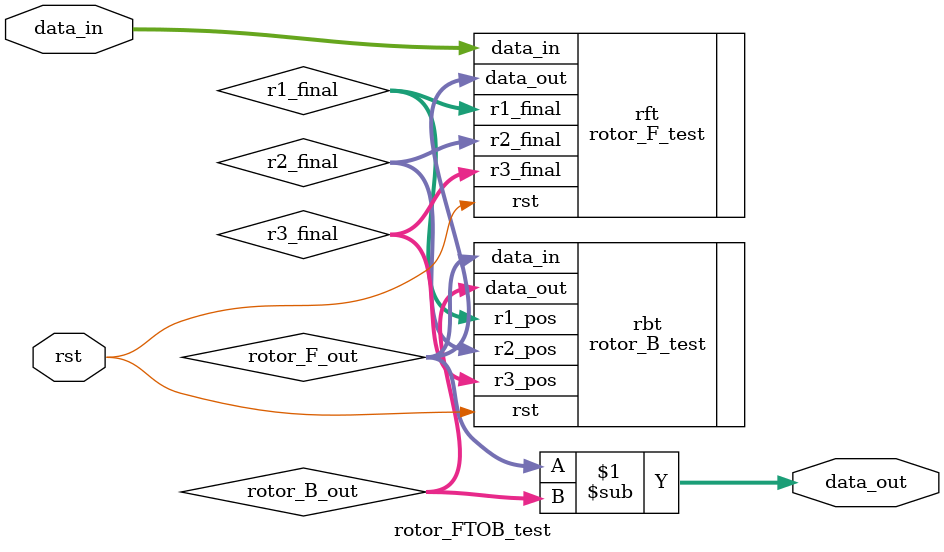
<source format=v>
`timescale 1ns / 1ps


module rotor_FTOB_test(
input rst,
input [4:0]data_in,
output [4:0]data_out
    );
    wire [4:0]r1_final;
    wire [4:0]r2_final;
    wire [4:0]r3_final;
    wire [4:0]rotor_F_out;
    wire [4:0]rotor_B_out;
    
    rotor_F_test rft(.rst(rst),
    .data_in(data_in),
    .data_out(rotor_F_out),
    .r1_final(r1_final),
    .r2_final(r2_final),
    .r3_final(r3_final));
    
    rotor_B_test rbt(.rst(rst),
    .data_in(rotor_F_out),
    .r1_pos(r1_final),
    .r2_pos(r2_final),
    .r3_pos(r3_final),
    .data_out(rotor_B_out));
    
    assign data_out=(rotor_F_out)-(rotor_B_out);
endmodule

</source>
